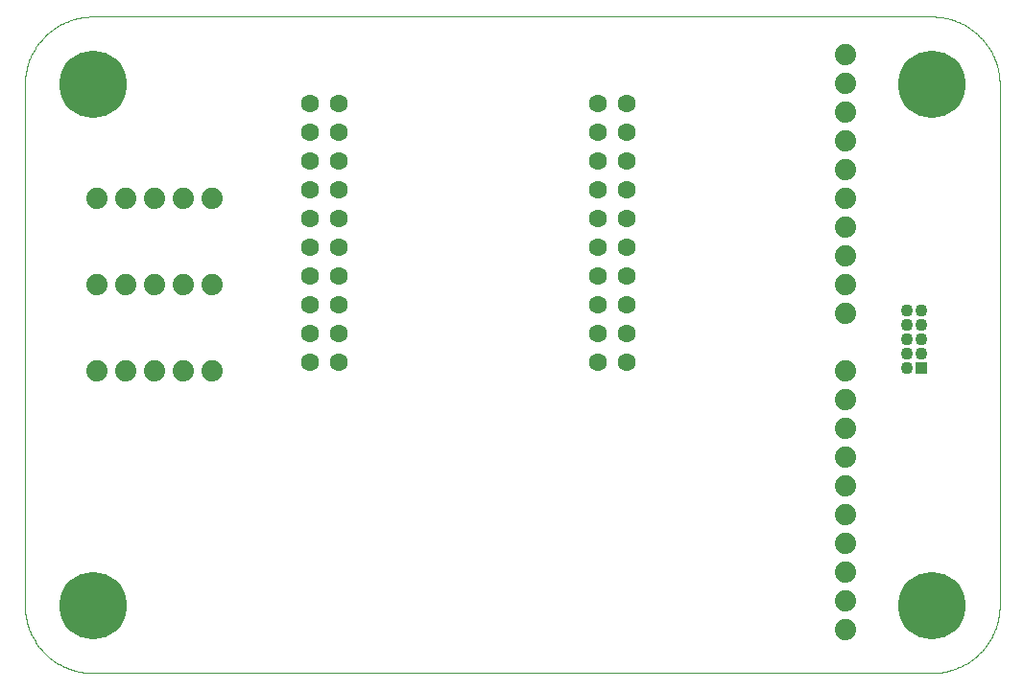
<source format=gbs>
G75*
%MOIN*%
%OFA0B0*%
%FSLAX25Y25*%
%IPPOS*%
%LPD*%
%AMOC8*
5,1,8,0,0,1.08239X$1,22.5*
%
%ADD10C,0.00300*%
%ADD11C,0.07400*%
%ADD12C,0.23400*%
%ADD13C,0.06306*%
%ADD14R,0.04337X0.04337*%
%ADD15C,0.04337*%
D10*
X0024922Y0001300D02*
X0316261Y0001300D01*
X0316832Y0001307D01*
X0317402Y0001328D01*
X0317972Y0001362D01*
X0318541Y0001410D01*
X0319108Y0001472D01*
X0319674Y0001548D01*
X0320238Y0001637D01*
X0320799Y0001740D01*
X0321358Y0001857D01*
X0321914Y0001986D01*
X0322467Y0002130D01*
X0323016Y0002286D01*
X0323561Y0002456D01*
X0324101Y0002639D01*
X0324637Y0002835D01*
X0325169Y0003044D01*
X0325695Y0003266D01*
X0326215Y0003500D01*
X0326730Y0003747D01*
X0327239Y0004006D01*
X0327741Y0004277D01*
X0328236Y0004561D01*
X0328725Y0004856D01*
X0329206Y0005163D01*
X0329680Y0005481D01*
X0330146Y0005811D01*
X0330603Y0006152D01*
X0331053Y0006505D01*
X0331493Y0006867D01*
X0331925Y0007241D01*
X0332348Y0007624D01*
X0332761Y0008018D01*
X0333165Y0008422D01*
X0333559Y0008835D01*
X0333942Y0009258D01*
X0334316Y0009690D01*
X0334678Y0010130D01*
X0335031Y0010580D01*
X0335372Y0011037D01*
X0335702Y0011503D01*
X0336020Y0011977D01*
X0336327Y0012458D01*
X0336622Y0012947D01*
X0336906Y0013442D01*
X0337177Y0013944D01*
X0337436Y0014453D01*
X0337683Y0014968D01*
X0337917Y0015488D01*
X0338139Y0016014D01*
X0338348Y0016546D01*
X0338544Y0017082D01*
X0338727Y0017622D01*
X0338897Y0018167D01*
X0339053Y0018716D01*
X0339197Y0019269D01*
X0339326Y0019825D01*
X0339443Y0020384D01*
X0339546Y0020945D01*
X0339635Y0021509D01*
X0339711Y0022075D01*
X0339773Y0022642D01*
X0339821Y0023211D01*
X0339855Y0023781D01*
X0339876Y0024351D01*
X0339883Y0024922D01*
X0339883Y0206024D01*
X0339876Y0206595D01*
X0339855Y0207165D01*
X0339821Y0207735D01*
X0339773Y0208304D01*
X0339711Y0208871D01*
X0339635Y0209437D01*
X0339546Y0210001D01*
X0339443Y0210562D01*
X0339326Y0211121D01*
X0339197Y0211677D01*
X0339053Y0212230D01*
X0338897Y0212779D01*
X0338727Y0213324D01*
X0338544Y0213864D01*
X0338348Y0214400D01*
X0338139Y0214932D01*
X0337917Y0215458D01*
X0337683Y0215978D01*
X0337436Y0216493D01*
X0337177Y0217002D01*
X0336906Y0217504D01*
X0336622Y0217999D01*
X0336327Y0218488D01*
X0336020Y0218969D01*
X0335702Y0219443D01*
X0335372Y0219909D01*
X0335031Y0220366D01*
X0334678Y0220816D01*
X0334316Y0221256D01*
X0333942Y0221688D01*
X0333559Y0222111D01*
X0333165Y0222524D01*
X0332761Y0222928D01*
X0332348Y0223322D01*
X0331925Y0223705D01*
X0331493Y0224079D01*
X0331053Y0224441D01*
X0330603Y0224794D01*
X0330146Y0225135D01*
X0329680Y0225465D01*
X0329206Y0225783D01*
X0328725Y0226090D01*
X0328236Y0226385D01*
X0327741Y0226669D01*
X0327239Y0226940D01*
X0326730Y0227199D01*
X0326215Y0227446D01*
X0325695Y0227680D01*
X0325169Y0227902D01*
X0324637Y0228111D01*
X0324101Y0228307D01*
X0323561Y0228490D01*
X0323016Y0228660D01*
X0322467Y0228816D01*
X0321914Y0228960D01*
X0321358Y0229089D01*
X0320799Y0229206D01*
X0320238Y0229309D01*
X0319674Y0229398D01*
X0319108Y0229474D01*
X0318541Y0229536D01*
X0317972Y0229584D01*
X0317402Y0229618D01*
X0316832Y0229639D01*
X0316261Y0229646D01*
X0024922Y0229646D01*
X0024351Y0229639D01*
X0023781Y0229618D01*
X0023211Y0229584D01*
X0022642Y0229536D01*
X0022075Y0229474D01*
X0021509Y0229398D01*
X0020945Y0229309D01*
X0020384Y0229206D01*
X0019825Y0229089D01*
X0019269Y0228960D01*
X0018716Y0228816D01*
X0018167Y0228660D01*
X0017622Y0228490D01*
X0017082Y0228307D01*
X0016546Y0228111D01*
X0016014Y0227902D01*
X0015488Y0227680D01*
X0014968Y0227446D01*
X0014453Y0227199D01*
X0013944Y0226940D01*
X0013442Y0226669D01*
X0012947Y0226385D01*
X0012458Y0226090D01*
X0011977Y0225783D01*
X0011503Y0225465D01*
X0011037Y0225135D01*
X0010580Y0224794D01*
X0010130Y0224441D01*
X0009690Y0224079D01*
X0009258Y0223705D01*
X0008835Y0223322D01*
X0008422Y0222928D01*
X0008018Y0222524D01*
X0007624Y0222111D01*
X0007241Y0221688D01*
X0006867Y0221256D01*
X0006505Y0220816D01*
X0006152Y0220366D01*
X0005811Y0219909D01*
X0005481Y0219443D01*
X0005163Y0218969D01*
X0004856Y0218488D01*
X0004561Y0217999D01*
X0004277Y0217504D01*
X0004006Y0217002D01*
X0003747Y0216493D01*
X0003500Y0215978D01*
X0003266Y0215458D01*
X0003044Y0214932D01*
X0002835Y0214400D01*
X0002639Y0213864D01*
X0002456Y0213324D01*
X0002286Y0212779D01*
X0002130Y0212230D01*
X0001986Y0211677D01*
X0001857Y0211121D01*
X0001740Y0210562D01*
X0001637Y0210001D01*
X0001548Y0209437D01*
X0001472Y0208871D01*
X0001410Y0208304D01*
X0001362Y0207735D01*
X0001328Y0207165D01*
X0001307Y0206595D01*
X0001300Y0206024D01*
X0001300Y0024922D01*
X0001307Y0024351D01*
X0001328Y0023781D01*
X0001362Y0023211D01*
X0001410Y0022642D01*
X0001472Y0022075D01*
X0001548Y0021509D01*
X0001637Y0020945D01*
X0001740Y0020384D01*
X0001857Y0019825D01*
X0001986Y0019269D01*
X0002130Y0018716D01*
X0002286Y0018167D01*
X0002456Y0017622D01*
X0002639Y0017082D01*
X0002835Y0016546D01*
X0003044Y0016014D01*
X0003266Y0015488D01*
X0003500Y0014968D01*
X0003747Y0014453D01*
X0004006Y0013944D01*
X0004277Y0013442D01*
X0004561Y0012947D01*
X0004856Y0012458D01*
X0005163Y0011977D01*
X0005481Y0011503D01*
X0005811Y0011037D01*
X0006152Y0010580D01*
X0006505Y0010130D01*
X0006867Y0009690D01*
X0007241Y0009258D01*
X0007624Y0008835D01*
X0008018Y0008422D01*
X0008422Y0008018D01*
X0008835Y0007624D01*
X0009258Y0007241D01*
X0009690Y0006867D01*
X0010130Y0006505D01*
X0010580Y0006152D01*
X0011037Y0005811D01*
X0011503Y0005481D01*
X0011977Y0005163D01*
X0012458Y0004856D01*
X0012947Y0004561D01*
X0013442Y0004277D01*
X0013944Y0004006D01*
X0014453Y0003747D01*
X0014968Y0003500D01*
X0015488Y0003266D01*
X0016014Y0003044D01*
X0016546Y0002835D01*
X0017082Y0002639D01*
X0017622Y0002456D01*
X0018167Y0002286D01*
X0018716Y0002130D01*
X0019269Y0001986D01*
X0019825Y0001857D01*
X0020384Y0001740D01*
X0020945Y0001637D01*
X0021509Y0001548D01*
X0022075Y0001472D01*
X0022642Y0001410D01*
X0023211Y0001362D01*
X0023781Y0001328D01*
X0024351Y0001307D01*
X0024922Y0001300D01*
D11*
X0026300Y0106300D03*
X0036300Y0106300D03*
X0046300Y0106300D03*
X0056300Y0106300D03*
X0066300Y0106300D03*
X0066300Y0136300D03*
X0056300Y0136300D03*
X0046300Y0136300D03*
X0036300Y0136300D03*
X0026300Y0136300D03*
X0026300Y0166300D03*
X0036300Y0166300D03*
X0046300Y0166300D03*
X0056300Y0166300D03*
X0066300Y0166300D03*
X0286300Y0166300D03*
X0286300Y0156300D03*
X0286300Y0146300D03*
X0286300Y0136300D03*
X0286300Y0126300D03*
X0286300Y0106300D03*
X0286300Y0096300D03*
X0286300Y0086300D03*
X0286300Y0076300D03*
X0286300Y0066300D03*
X0286300Y0056300D03*
X0286300Y0046300D03*
X0286300Y0036300D03*
X0286300Y0026300D03*
X0286300Y0016300D03*
X0286300Y0176300D03*
X0286300Y0186300D03*
X0286300Y0196300D03*
X0286300Y0206300D03*
X0286300Y0216300D03*
D12*
X0316261Y0206024D03*
X0316261Y0024922D03*
X0024922Y0024922D03*
X0024922Y0206024D03*
D13*
X0100190Y0199300D03*
X0110190Y0199300D03*
X0110190Y0189300D03*
X0100190Y0189300D03*
X0100190Y0179300D03*
X0110190Y0179300D03*
X0110190Y0169300D03*
X0100190Y0169300D03*
X0100190Y0159300D03*
X0110190Y0159300D03*
X0110190Y0149300D03*
X0100190Y0149300D03*
X0100190Y0139300D03*
X0110190Y0139300D03*
X0110190Y0129300D03*
X0100190Y0129300D03*
X0100190Y0119300D03*
X0110190Y0119300D03*
X0110190Y0109300D03*
X0100190Y0109300D03*
X0200190Y0109300D03*
X0210190Y0109300D03*
X0210190Y0119300D03*
X0200190Y0119300D03*
X0200190Y0129300D03*
X0210190Y0129300D03*
X0210190Y0139300D03*
X0200190Y0139300D03*
X0200190Y0149300D03*
X0210190Y0149300D03*
X0210190Y0159300D03*
X0200190Y0159300D03*
X0200190Y0169300D03*
X0210190Y0169300D03*
X0210190Y0179300D03*
X0200190Y0179300D03*
X0200190Y0189300D03*
X0210190Y0189300D03*
X0210190Y0199300D03*
X0200190Y0199300D03*
D14*
X0312560Y0107442D03*
D15*
X0307560Y0107442D03*
X0307560Y0112442D03*
X0312560Y0112442D03*
X0312560Y0117442D03*
X0307560Y0117442D03*
X0307560Y0122442D03*
X0312560Y0122442D03*
X0312560Y0127442D03*
X0307560Y0127442D03*
M02*

</source>
